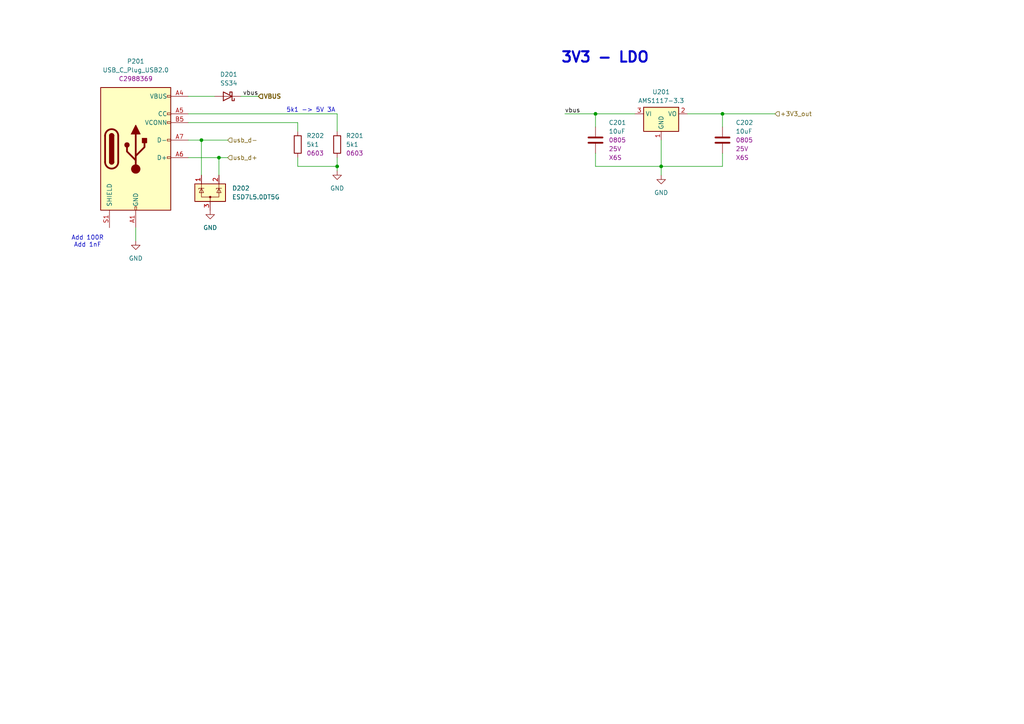
<source format=kicad_sch>
(kicad_sch (version 20231120) (generator "eeschema") (generator_version "8.0")
  (paper "A4")
  (lib_symbols
    (symbol "kidslab:AMS1117-3.3"
      (property "Reference" "U" (at -3.81 3.175 0))
      (property "Value" "AMS1117-3.3" (at 0 3.175 0))
      (symbol "AMS1117-3.3_0_1"
        (rectangle (start -5.08 -5.08) (end 5.08 1.905) (stroke (width 0.254)) (fill (type background)))
      )
      (symbol "AMS1117-3.3_1_1"
        (pin power_in line (at 0 -7.62 90) (length 2.54) (name "GND") (number "1"))
        (pin power_out line (at 7.62 0 180) (length 2.54) (name "VO") (number "2"))
        (pin power_in line (at -7.62 0 0) (length 2.54) (name "VI") (number "3"))
      )
    )
    (symbol "kidslab:C-10uF-0805-25V" (pin_numbers hide) (pin_names (offset 0.254))
      (property "Reference" "C?" (at 3.175 2.54 0))
      (property "Value" "10uF" (at 3.175 -1.27 0))
      (property "Footprint v" "0805" (at 5.715 -3.175 0))
      (property "Voltage Rating" "25V" (at 5.08 0.635 0))
      (property "Temperature Profile" "X6S" (at 9.525 0.635 0))
      (symbol "C-10uF-0805-25V_0_1"
        (polyline (pts (xy -2.032 -0.762) (xy 2.032 -0.762)) (stroke (width 0.508)))
        (polyline (pts (xy -2.032 0.762) (xy 2.032 0.762)) (stroke (width 0.508)))
      )
      (symbol "C-10uF-0805-25V_1_1"
        (pin passive line (at 0 3.81 270) (length 2.794) (name "~") (number "1"))
        (pin passive line (at 0 -3.81 90) (length 2.794) (name "~") (number "2"))
      )
    )
    (symbol "kidslab:ESDA5V3L" (pin_names hide)
      (property "Reference" "D" (at 5.715 2.54 0))
      (property "Value" "ESD7L5.0DT5G" (at 5.715 0.635 0))
      (symbol "ESDA5V3L_0_0"
        (pin passive line (at 0 -5.08 90) (length 2.54) (name "A") (number "3"))
      )
      (symbol "ESDA5V3L_0_1"
        (rectangle (start -4.445 2.54) (end 4.445 -2.54) (stroke (width 0.254)) (fill (type background)))
        (circle (center 0 -1.27) (radius 0.254) (fill (type outline)))
        (polyline (pts (xy -2.54 2.54) (xy -2.54 1.27)))
        (polyline (pts (xy 0 -1.27) (xy 0 -2.54)))
        (polyline (pts (xy 2.54 2.54) (xy 2.54 1.27)))
        (polyline (pts (xy -3.302 1.016) (xy -3.302 1.27) (xy -1.905 1.27) (xy -1.778 1.27)))
        (polyline (pts (xy -2.54 1.27) (xy -2.54 -1.27) (xy 2.54 -1.27) (xy 2.54 1.27)))
        (polyline (pts (xy -2.54 1.27) (xy -1.905 0) (xy -3.175 0) (xy -2.54 1.27)))
        (polyline (pts (xy 1.778 1.016) (xy 1.778 1.27) (xy 3.175 1.27) (xy 3.302 1.27)))
        (polyline (pts (xy 2.54 1.27) (xy 1.905 0) (xy 3.175 0) (xy 2.54 1.27)))
      )
      (symbol "ESDA5V3L_1_1"
        (pin passive line (at -2.54 5.08 270) (length 2.54) (name "K") (number "1"))
        (pin passive line (at 2.54 5.08 270) (length 2.54) (name "K") (number "2"))
      )
    )
    (symbol "kidslab:R-5k1-0603" (pin_numbers hide) (pin_names (offset 0))
      (property "Reference" "R?" (at 2.032 0 90))
      (property "Value" "5k1" (at 3.81 0 90))
      (property "Footprint dpl" "0603" (at 5.715 0 90))
      (symbol "R-5k1-0603_0_1"
        (rectangle (start -1.016 -2.54) (end 1.016 2.54) (stroke (width 0.254)))
      )
      (symbol "R-5k1-0603_1_1"
        (pin passive line (at 0 3.81 270) (length 1.27) (name "~") (number "1"))
        (pin passive line (at 0 -3.81 90) (length 1.27) (name "~") (number "2"))
      )
    )
    (symbol "kidslab:SS34" (pin_numbers hide) (pin_names (offset 1.016) hide)
      (property "Reference" "D" (at 0 2.54 0))
      (property "Value" "SS34" (at 0 -2.54 0))
      (symbol "SS34_0_1"
        (polyline (pts (xy 1.27 0) (xy -1.27 0)))
        (polyline (pts (xy 1.27 1.27) (xy 1.27 -1.27) (xy -1.27 0) (xy 1.27 1.27)) (stroke (width 0.254)))
        (polyline (pts (xy -1.905 0.635) (xy -1.905 1.27) (xy -1.27 1.27) (xy -1.27 -1.27) (xy -0.635 -1.27) (xy -0.635 -0.635)) (stroke (width 0.254)))
      )
      (symbol "SS34_1_1"
        (pin passive line (at -3.81 0 0) (length 2.54) (name "K") (number "1"))
        (pin passive line (at 3.81 0 180) (length 2.54) (name "A") (number "2"))
      )
    )
    (symbol "kidslab:USB_C_Plug_USB2.0" (pin_names (offset 1.016))
      (property "Reference" "P" (at -10.16 19.05 0))
      (property "Value" "USB_C_Plug_USB2.0" (at 12.7 19.05 0))
      (property "LCSC Part #" "C2988369" (at 0 0 0))
      (symbol "USB_C_Plug_USB2.0_0_0"
        (rectangle (start -0.254 -17.78) (end 0.254 -16.764))
        (rectangle (start 10.16 -2.286) (end 9.144 -2.794))
        (rectangle (start 10.16 2.794) (end 9.144 2.286))
        (rectangle (start 10.16 7.874) (end 9.144 7.366))
        (rectangle (start 10.16 10.414) (end 9.144 9.906))
        (rectangle (start 10.16 15.494) (end 9.144 14.986))
      )
      (symbol "USB_C_Plug_USB2.0_0_1"
        (rectangle (start -10.16 17.78) (end 10.16 -17.78) (stroke (width 0.254)) (fill (type background)))
        (arc (start -8.89 -3.81) (mid -6.985 -5.7067) (end -5.08 -3.81) (stroke (width 0.508)))
        (arc (start -7.62 -3.81) (mid -6.985 -4.4423) (end -6.35 -3.81) (stroke (width 0.254)))
        (arc (start -7.62 -3.81) (mid -6.985 -4.4423) (end -6.35 -3.81) (stroke (width 0.254)) (fill (type outline)))
        (rectangle (start -7.62 -3.81) (end -6.35 3.81) (stroke (width 0.254)) (fill (type outline)))
        (arc (start -6.35 3.81) (mid -6.985 4.4423) (end -7.62 3.81) (stroke (width 0.254)))
        (arc (start -6.35 3.81) (mid -6.985 4.4423) (end -7.62 3.81) (stroke (width 0.254)) (fill (type outline)))
        (arc (start -5.08 3.81) (mid -6.985 5.7067) (end -8.89 3.81) (stroke (width 0.508)))
        (circle (center -2.54 1.143) (radius 0.635) (stroke (width 0.254)) (fill (type outline)))
        (circle (center 0 -5.842) (radius 1.27) (fill (type outline)))
        (polyline (pts (xy -8.89 -3.81) (xy -8.89 3.81)) (stroke (width 0.508)))
        (polyline (pts (xy -5.08 3.81) (xy -5.08 -3.81)) (stroke (width 0.508)))
        (polyline (pts (xy 0 -5.842) (xy 0 4.318)) (stroke (width 0.508)))
        (polyline (pts (xy 0 -3.302) (xy -2.54 -0.762) (xy -2.54 0.508)) (stroke (width 0.508)))
        (polyline (pts (xy 0 -2.032) (xy 2.54 0.508) (xy 2.54 1.778)) (stroke (width 0.508)))
        (polyline (pts (xy -1.27 4.318) (xy 0 6.858) (xy 1.27 4.318) (xy -1.27 4.318)) (stroke (width 0.254)) (fill (type outline)))
        (rectangle (start 1.905 1.778) (end 3.175 3.048) (stroke (width 0.254)) (fill (type outline)))
      )
      (symbol "USB_C_Plug_USB2.0_1_1"
        (pin passive line (at 0 -22.86 90) (length 5.08) (name "GND") (number "A1"))
        (pin passive line (at 0 -22.86 90) (length 5.08) hide (name "GND") (number "A12"))
        (pin passive line (at 15.24 15.24 180) (length 5.08) (name "VBUS") (number "A4"))
        (pin bidirectional line (at 15.24 10.16 180) (length 5.08) (name "CC") (number "A5"))
        (pin bidirectional line (at 15.24 -2.54 180) (length 5.08) (name "D+") (number "A6"))
        (pin bidirectional line (at 15.24 2.54 180) (length 5.08) (name "D-") (number "A7"))
        (pin passive line (at 15.24 15.24 180) (length 5.08) hide (name "VBUS") (number "A9"))
        (pin passive line (at 0 -22.86 90) (length 5.08) hide (name "GND") (number "B1"))
        (pin passive line (at 0 -22.86 90) (length 5.08) hide (name "GND") (number "B12"))
        (pin passive line (at 15.24 15.24 180) (length 5.08) hide (name "VBUS") (number "B4"))
        (pin bidirectional line (at 15.24 7.62 180) (length 5.08) (name "VCONN") (number "B5"))
        (pin passive line (at 15.24 15.24 180) (length 5.08) hide (name "VBUS") (number "B9"))
        (pin passive line (at -7.62 -22.86 90) (length 5.08) (name "SHIELD") (number "S1"))
      )
    )
    (symbol "power:GND" (power) (pin_numbers hide) (pin_names (offset 0) hide)
      (property "Value" "GND" (at 0 -3.81 0))
      (symbol "GND_0_1"
        (polyline (pts (xy 0 0) (xy 0 -1.27) (xy 1.27 -1.27) (xy 0 -2.54) (xy -1.27 -1.27) (xy 0 -1.27)))
      )
      (symbol "GND_1_1"
        (pin power_in line (at 0 0 270) (length 0) (name "~") (number "1"))
      )
    )
  )
  (junction (at 172.72 33.02))
  (junction (at 191.77 48.26))
  (junction (at 97.79 48.26))
  (junction (at 63.5 45.72))
  (junction (at 209.55 33.02))
  (junction (at 58.42 40.64))
  (wire (pts (xy 97.79 45.72) (xy 97.79 48.26)))
  (wire (pts (xy 54.61 45.72) (xy 63.5 45.72)))
  (wire (pts (xy 97.79 33.02) (xy 54.61 33.02)))
  (wire (pts (xy 86.36 48.26) (xy 97.79 48.26)))
  (wire (pts (xy 172.72 36.83) (xy 172.72 33.02)))
  (wire (pts (xy 63.5 45.72) (xy 66.04 45.72)))
  (wire (pts (xy 97.79 48.26) (xy 97.79 49.53)))
  (wire (pts (xy 63.5 45.72) (xy 63.5 50.8)))
  (wire (pts (xy 54.61 40.64) (xy 58.42 40.64)))
  (wire (pts (xy 86.36 35.56) (xy 86.36 38.1)))
  (wire (pts (xy 58.42 40.64) (xy 58.42 50.8)))
  (wire (pts (xy 69.85 27.94) (xy 74.93 27.94)))
  (wire (pts (xy 97.79 33.02) (xy 97.79 38.1)))
  (wire (pts (xy 209.55 44.45) (xy 209.55 48.26)))
  (wire (pts (xy 163.83 33.02) (xy 172.72 33.02)))
  (wire (pts (xy 39.37 66.04) (xy 39.37 69.85)))
  (wire (pts (xy 54.61 35.56) (xy 86.36 35.56)))
  (wire (pts (xy 58.42 40.64) (xy 66.04 40.64)))
  (wire (pts (xy 54.61 27.94) (xy 62.23 27.94)))
  (wire (pts (xy 191.77 48.26) (xy 191.77 50.8)))
  (wire (pts (xy 172.72 48.26) (xy 172.72 44.45)))
  (wire (pts (xy 86.36 45.72) (xy 86.36 48.26)))
  (wire (pts (xy 209.55 33.02) (xy 199.39 33.02)))
  (wire (pts (xy 209.55 36.83) (xy 209.55 33.02)))
  (wire (pts (xy 191.77 40.64) (xy 191.77 48.26)))
  (wire (pts (xy 209.55 48.26) (xy 191.77 48.26)))
  (wire (pts (xy 191.77 48.26) (xy 172.72 48.26)))
  (wire (pts (xy 172.72 33.02) (xy 184.15 33.02)))
  (wire (pts (xy 209.55 33.02) (xy 224.79 33.02)))
  (text "Add 100R\nAdd 1nF\n" (at 25.4 70.104 0) (effects (font (size 1.27 1.27))))
  (text "5k1 -> 5V 3A" (at 90.17 32.004 0) (effects (font (size 1.27 1.27))))
  (text "3V3 - LDO" (at 162.56 16.764 0) (effects (font (size 3 3) (thickness 0.6) (bold yes)) (justify left)))
  (label "vbus" (at 163.83 33.02 0))
  (label "vbus" (at 74.93 27.94 180))
  (hierarchical_label "usb_d-" (shape input) (at 66.04 40.64 0))
  (hierarchical_label "VBUS" (shape input) (at 74.93 27.94 0) (effects (font (thickness 0.254) (bold yes))))
  (hierarchical_label "+3V3_out" (shape input) (at 224.79 33.02 0))
  (hierarchical_label "usb_d+" (shape input) (at 66.04 45.72 0))
  (symbol (lib_id "kidslab:R-5k1-0603") (at 86.36 41.91 180) (unit 1)
    (property "Reference" "R202" (at 88.9 39.3699 0) (effects (justify right)))
    (property "Value" "5k1" (at 88.9 41.9099 0) (effects (justify right)))
    (property "Footprint" "Resistor_SMD:R_0603_1608Metric" (effects (hide yes)))
    (property "Description" "Resistor" (effects (hide yes)))
    (property "LCSC Part #" "C23186" (effects (hide yes)))
    (property "Footprint dpl" "0603" (at 88.9 44.4499 0) (effects (justify right)))
  )
  (symbol (lib_id "kidslab:C-10uF-0805-25V") (at 209.55 40.64 0) (unit 1)
    (property "Reference" "C202" (at 213.36 35.5599 0) (effects (justify left)))
    (property "Value" "10uF" (at 213.36 38.0999 0) (effects (justify left)))
    (property "Footprint" "Capacitor_SMD:C_0805_2012Metric" (effects (hide yes)))
    (property "Description" "Unpolarized capacitor" (effects (hide yes)))
    (property "Footprint v" "0805" (at 213.36 40.6399 0) (effects (justify left)))
    (property "Voltage Rating" "25V" (at 213.36 43.1799 0) (effects (justify left)))
    (property "Temperature Profile" "X6S" (at 213.36 45.7199 0) (effects (justify left)))
    (property "LCSC Part #" "C710989" (effects (hide yes)))
  )
  (symbol (lib_id "power:GND") (at 39.37 69.85 0) (unit 1)
    (property "Reference" "#PWR0202" (effects (hide yes)))
    (property "Value" "GND" (at 39.37 74.93 0))
    (property "Description" "Power symbol creates a global label with name \"GND\" , ground" (effects (hide yes)))
  )
  (symbol (lib_id "kidslab:C-10uF-0805-25V") (at 172.72 40.64 0) (unit 1)
    (property "Reference" "C201" (at 176.53 35.5599 0) (effects (justify left)))
    (property "Value" "10uF" (at 176.53 38.0999 0) (effects (justify left)))
    (property "Footprint" "Capacitor_SMD:C_0805_2012Metric" (effects (hide yes)))
    (property "Description" "Unpolarized capacitor" (effects (hide yes)))
    (property "Footprint v" "0805" (at 176.53 40.6399 0) (effects (justify left)))
    (property "Voltage Rating" "25V" (at 176.53 43.1799 0) (effects (justify left)))
    (property "Temperature Profile" "X6S" (at 176.53 45.7199 0) (effects (justify left)))
    (property "LCSC Part #" "C710989" (effects (hide yes)))
  )
  (symbol (lib_id "power:GND") (at 60.96 60.96 0) (unit 1)
    (property "Reference" "#PWR0205" (effects (hide yes)))
    (property "Value" "GND" (at 60.96 66.04 0))
    (property "Description" "Power symbol creates a global label with name \"GND\" , ground" (effects (hide yes)))
  )
  (symbol (lib_id "power:GND") (at 191.77 50.8 0) (unit 1)
    (property "Reference" "#PWR0203" (effects (hide yes)))
    (property "Value" "GND" (at 191.77 55.88 0))
    (property "Description" "Power symbol creates a global label with name \"GND\" , ground" (effects (hide yes)))
  )
  (symbol (lib_id "kidslab:SS34") (at 66.04 27.94 180) (unit 1)
    (property "Reference" "D201" (at 66.3575 21.59 0))
    (property "Value" "SS34" (at 66.3575 24.13 0))
    (property "Footprint" "Diode_SMD:D_SMA" (effects (hide yes)))
    (property "Datasheet" "https://www.vishay.com/docs/88751/ss32.pdf" (effects (hide yes)))
    (property "Description" "40V 3A Schottky Diode, SMA" (effects (hide yes)))
  )
  (symbol (lib_id "kidslab:R-5k1-0603") (at 97.79 41.91 180) (unit 1)
    (property "Reference" "R201" (at 100.33 39.3699 0) (effects (justify right)))
    (property "Value" "5k1" (at 100.33 41.9099 0) (effects (justify right)))
    (property "Footprint" "Resistor_SMD:R_0603_1608Metric" (effects (hide yes)))
    (property "Description" "Resistor" (effects (hide yes)))
    (property "LCSC Part #" "C23186" (effects (hide yes)))
    (property "Footprint dpl" "0603" (at 100.33 44.4499 0) (effects (justify right)))
  )
  (symbol (lib_id "kidslab:USB_C_Plug_USB2.0") (at 39.37 43.18 0) (unit 1)
    (property "Reference" "P201" (at 39.37 17.78 0))
    (property "Value" "USB_C_Plug_USB2.0" (at 39.37 20.32 0))
    (property "Footprint" "Connector_USB:USB_C_Receptacle_G-Switch_GT-USB-7010ASV" (effects (hide yes)))
    (property "Datasheet" "https://www.usb.org/sites/default/files/documents/usb_type-c.zip" (effects (hide yes)))
    (property "Description" "USB 2.0-only Type-C Plug connector" (effects (hide yes)))
    (property "LCSC Part #" "C2988369" (at 39.37 22.86 0))
  )
  (symbol (lib_id "kidslab:AMS1117-3.3") (at 191.77 33.02 0) (unit 1)
    (property "Reference" "U201" (at 191.77 26.67 0))
    (property "Value" "AMS1117-3.3" (at 191.77 29.21 0))
    (property "Footprint" "Package_TO_SOT_SMD:SOT-223-3_TabPin2" (effects (hide yes)))
    (property "Datasheet" "http://www.advanced-monolithic.com/pdf/ds1117.pdf" (effects (hide yes)))
    (property "Description" "1A Low Dropout regulator, positive, 3.3V fixed output, SOT-223" (effects (hide yes)))
    (property "LCSC Part #" "C6186" (effects (hide yes)))
  )
  (symbol (lib_id "kidslab:ESDA5V3L") (at 60.96 55.88 0) (unit 1)
    (property "Reference" "D202" (at 67.31 54.6099 0) (effects (justify left)))
    (property "Value" "ESD7L5.0DT5G" (at 67.31 57.1499 0) (effects (justify left)))
    (property "Footprint" "Package_TO_SOT_SMD:SOT-723" (effects (hide yes)))
    (property "Datasheet" "https://www.lcsc.com/datasheet/lcsc_datasheet_2008281704_onsemi-ESD7L5-0DT5G_C605398.pdf" (effects (hide yes)))
    (property "Description" "TVS Diode Array, 5.5V Standoff, 2 Channels, SOT23" (effects (hide yes)))
    (property "LCSC Part #" "C605398" (effects (hide yes)))
  )
  (symbol (lib_id "power:GND") (at 97.79 49.53 0) (unit 1)
    (property "Reference" "#PWR0201" (effects (hide yes)))
    (property "Value" "GND" (at 97.79 54.61 0))
    (property "Description" "Power symbol creates a global label with name \"GND\" , ground" (effects (hide yes)))
  )
)
</source>
